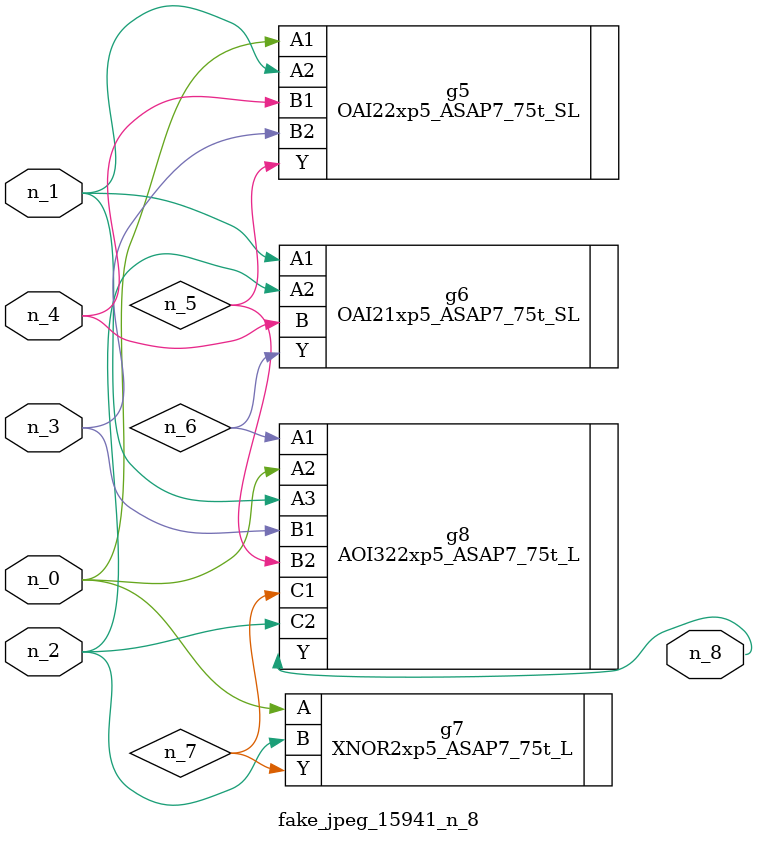
<source format=v>
module fake_jpeg_15941_n_8 (n_3, n_2, n_1, n_0, n_4, n_8);

input n_3;
input n_2;
input n_1;
input n_0;
input n_4;

output n_8;

wire n_6;
wire n_5;
wire n_7;

OAI22xp5_ASAP7_75t_SL g5 ( 
.A1(n_0),
.A2(n_1),
.B1(n_4),
.B2(n_3),
.Y(n_5)
);

OAI21xp5_ASAP7_75t_SL g6 ( 
.A1(n_1),
.A2(n_2),
.B(n_4),
.Y(n_6)
);

XNOR2xp5_ASAP7_75t_L g7 ( 
.A(n_0),
.B(n_2),
.Y(n_7)
);

AOI322xp5_ASAP7_75t_L g8 ( 
.A1(n_6),
.A2(n_0),
.A3(n_1),
.B1(n_3),
.B2(n_5),
.C1(n_7),
.C2(n_2),
.Y(n_8)
);


endmodule
</source>
